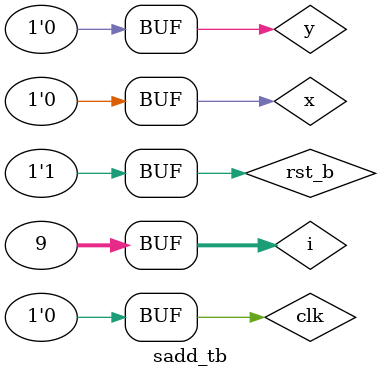
<source format=v>
module sadd(
  input clk, rst_b, x, y,
  output reg s
);

reg st, st_next;
localparam s0 = 1'd0;
localparam s1 = 1'd1;

always @(*) begin
  case (st)
    s0: if(x == 1 && y == 1) st_next = s1; else  st_next = s0;
    s1: if(x == 0 && y == 0) st_next = s0; else  st_next = s1;
  endcase
end

always @(*) begin
  s = 0;
  case (st) 
    s0: if(x + y == 1) s = 1; else s = 1; //efectiv te uiti pe sageata si vezi cand e output-ul s = 0
    s1: if(x + y == 0) s = 0; else s = 1;
  endcase
end

always @(posedge clk, negedge rst_b) begin
  if(rst_b == 0) st <= 0;
  else st <= st_next;
  end

endmodule

module sadd_tb;
  reg clk, rst_b, x, y;
  wire s;
  sadd sadd_i(.clk(clk), .rst_b(rst_b), .x(x), .y(y), .s(s));
  
  integer i;
  initial begin
    clk = 0;
    rst_b = 0;
    x = 0; 
    y = 1;
  end
  
  initial begin
    for(i = 1; i <= 8; i = i + 1) begin
      #50; clk = ~clk;
    end
  end
  
  initial begin
    #25; rst_b = 1;
  end
  
  initial begin
    #100; x = 1;
    #200; x = 0;
  end
    
  initial begin
    #200; y = 0;
  end
endmodule
</source>
